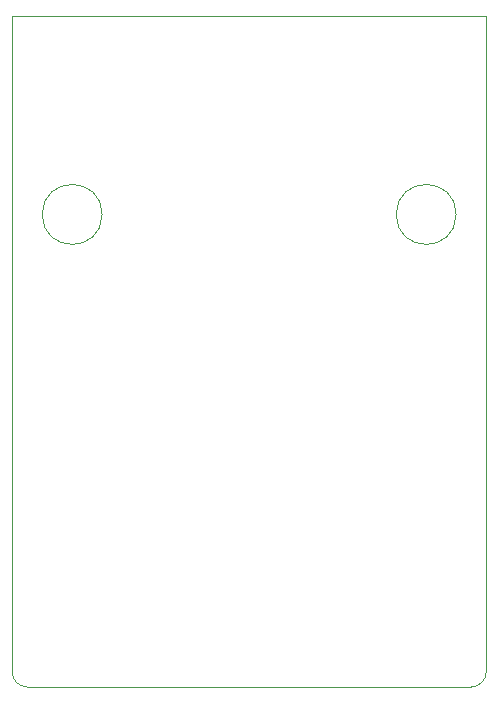
<source format=gbr>
G04 #@! TF.GenerationSoftware,KiCad,Pcbnew,(6.0.11)*
G04 #@! TF.CreationDate,2023-02-19T10:02:13-08:00*
G04 #@! TF.ProjectId,AtariCart,41746172-6943-4617-9274-2e6b69636164,rev?*
G04 #@! TF.SameCoordinates,Original*
G04 #@! TF.FileFunction,Profile,NP*
%FSLAX46Y46*%
G04 Gerber Fmt 4.6, Leading zero omitted, Abs format (unit mm)*
G04 Created by KiCad (PCBNEW (6.0.11)) date 2023-02-19 10:02:13*
%MOMM*%
%LPD*%
G01*
G04 APERTURE LIST*
G04 #@! TA.AperFunction,Profile*
%ADD10C,0.050000*%
G04 #@! TD*
G04 APERTURE END LIST*
D10*
X26670000Y-82169000D02*
X64262000Y-82169000D01*
X65532000Y-25400000D02*
X65532000Y-80899000D01*
X33020000Y-42164000D02*
G75*
G03*
X33020000Y-42164000I-2540000J0D01*
G01*
X25400000Y-80899000D02*
G75*
G03*
X26670000Y-82169000I1270000J0D01*
G01*
X64262000Y-82169000D02*
G75*
G03*
X65532000Y-80899000I0J1270000D01*
G01*
X25400000Y-25400000D02*
X25400000Y-80899000D01*
X25400000Y-25400000D02*
X65532000Y-25400000D01*
X62992000Y-42164000D02*
G75*
G03*
X62992000Y-42164000I-2540000J0D01*
G01*
M02*

</source>
